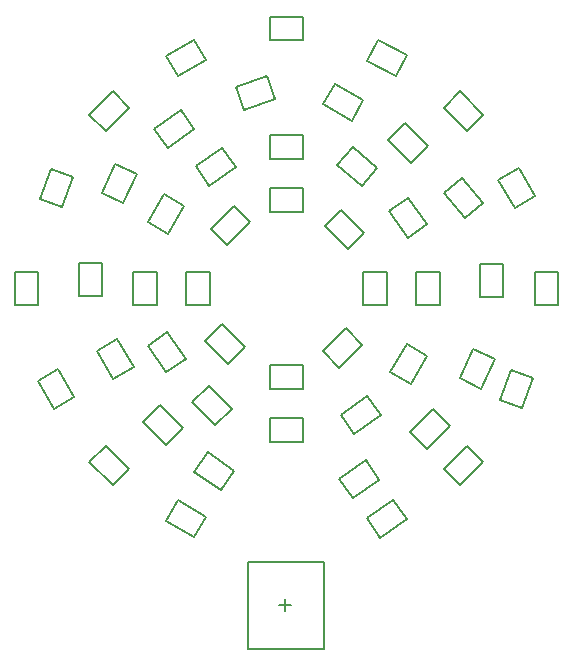
<source format=gbr>
%TF.GenerationSoftware,Altium Limited,Altium Designer,21.4.1 (30)*%
G04 Layer_Color=32768*
%FSLAX42Y42*%
%MOMM*%
%TF.SameCoordinates,A5F8CCB8-1AD9-4863-A32E-EE0D6D21C85A*%
%TF.FilePolarity,Positive*%
%TF.FileFunction,Other,Mechanical_15*%
%TF.Part,Single*%
G01*
G75*
%TA.AperFunction,NonConductor*%
%ADD52C,0.20*%
D52*
X320Y-2312D02*
X320Y-3012D01*
X-330Y-2312D02*
X320D01*
X-330Y-2972D02*
Y-2312D01*
Y-3052D02*
Y-2972D01*
Y-3052D02*
X320D01*
X320Y-3012D01*
X-60Y-2683D02*
X40D01*
X-10Y-2732D02*
Y-2632D01*
X-2105Y-781D02*
X-1968Y-1019D01*
X-1795Y-919D01*
X-1932Y-681D02*
X-1795Y-919D01*
X-2105Y-781D02*
X-1932Y-681D01*
X-655Y869D02*
X-430Y1027D01*
X-545Y1191D02*
X-430Y1027D01*
X-770Y1033D02*
X-545Y1191D01*
X-770Y1033D02*
X-655Y869D01*
X-1002Y461D02*
X-865Y699D01*
X-1038Y799D02*
X-865Y699D01*
X-1175Y561D02*
X-1038Y799D01*
X-1175Y561D02*
X-1002Y461D01*
X-1012Y-370D02*
X-854Y-595D01*
X-1176Y-485D02*
X-1012Y-370D01*
X-1176Y-485D02*
X-1018Y-710D01*
X-854Y-595D01*
X-657Y-822D02*
X-462Y-1017D01*
X-798Y-963D02*
X-657Y-822D01*
X-798Y-963D02*
X-603Y-1158D01*
X-462Y-1017D01*
X650Y-137D02*
Y138D01*
Y-137D02*
X850D01*
Y138D01*
X650D02*
X850D01*
X-850Y-137D02*
Y138D01*
Y-137D02*
X-650D01*
Y138D01*
X-850D02*
X-650D01*
X-138Y650D02*
X137D01*
Y850D01*
X-138D02*
X137D01*
X-138Y650D02*
Y850D01*
Y-850D02*
X137D01*
Y-650D01*
X-138D02*
X137D01*
X-138Y-850D02*
Y-650D01*
X322Y527D02*
X517Y332D01*
X658Y473D01*
X463Y668D02*
X658Y473D01*
X322Y527D02*
X463Y668D01*
X305Y-531D02*
X500Y-336D01*
X305Y-531D02*
X447Y-672D01*
X641Y-478D01*
X500Y-336D02*
X641Y-478D01*
X313Y1560D02*
X552Y1422D01*
X652Y1595D01*
X413Y1733D02*
X652Y1595D01*
X313Y1560D02*
X413Y1733D01*
X-426Y1702D02*
X-358Y1514D01*
X-426Y1702D02*
X-167Y1796D01*
X-99Y1608D01*
X-358Y1514D02*
X-99Y1608D01*
X-138Y1100D02*
Y1300D01*
X137D01*
Y1100D02*
Y1300D01*
X-138Y1100D02*
X137D01*
X-138Y-1300D02*
Y-1100D01*
X137D01*
Y-1300D02*
Y-1100D01*
X-138Y-1300D02*
X137D01*
X-1300Y138D02*
X-1100D01*
Y-137D02*
Y138D01*
X-1300Y-137D02*
X-1100D01*
X-1300D02*
Y138D01*
X1100Y-137D02*
Y138D01*
Y-137D02*
X1300D01*
Y138D01*
X1100D02*
X1300D01*
X869Y655D02*
X1027Y430D01*
X1191Y545D01*
X1033Y770D02*
X1191Y545D01*
X869Y655D02*
X1033Y770D01*
X430Y1042D02*
X641Y865D01*
X770Y1018D01*
X559Y1195D02*
X770Y1018D01*
X430Y1042D02*
X559Y1195D01*
X880Y-707D02*
X1017Y-469D01*
X880Y-707D02*
X1053Y-807D01*
X1190Y-569D01*
X1017Y-469D02*
X1190Y-569D01*
X460Y-1067D02*
X685Y-909D01*
X460Y-1067D02*
X575Y-1231D01*
X800Y-1073D01*
X685Y-909D02*
X800Y-1073D01*
X-1566Y808D02*
X-1385Y723D01*
X-1566Y808D02*
X-1450Y1057D01*
X-1269Y972D01*
X-1385Y723D02*
X-1269Y972D01*
X-1760Y-63D02*
X-1560D01*
X-1760D02*
Y212D01*
X-1560D01*
Y-63D02*
Y212D01*
X-1432Y-431D02*
X-1295Y-669D01*
X-1605Y-531D02*
X-1432Y-431D01*
X-1605Y-531D02*
X-1468Y-769D01*
X-1295Y-669D01*
X-1074Y-987D02*
X-880Y-1182D01*
X-1215Y-1128D02*
X-1074Y-987D01*
X-1215Y-1128D02*
X-1021Y-1323D01*
X-880Y-1182D01*
X-547Y-302D02*
X-352Y-497D01*
X-688Y-443D02*
X-547Y-302D01*
X-688Y-443D02*
X-493Y-638D01*
X-352Y-497D01*
X448Y-1612D02*
X673Y-1454D01*
X448Y-1612D02*
X562Y-1776D01*
X787Y-1618D01*
X673Y-1454D02*
X787Y-1618D01*
X1050Y-1214D02*
X1244Y-1020D01*
X1050Y-1214D02*
X1191Y-1355D01*
X1385Y-1161D01*
X1244Y-1020D02*
X1385Y-1161D01*
X1466Y-762D02*
X1582Y-513D01*
X1466Y-762D02*
X1648Y-847D01*
X1764Y-598D01*
X1582Y-513D02*
X1764Y-598D01*
X1635Y205D02*
X1835D01*
Y-70D02*
Y205D01*
X1635Y-70D02*
X1835D01*
X1635D02*
Y205D01*
X1335Y806D02*
X1512Y595D01*
X1665Y724D01*
X1488Y935D02*
X1665Y724D01*
X1335Y806D02*
X1488Y935D01*
X-2091Y755D02*
X-1997Y1013D01*
X-2091Y755D02*
X-1903Y687D01*
X-1809Y945D01*
X-1997Y1013D02*
X-1809Y945D01*
X-1019Y1968D02*
X-781Y2105D01*
X-1019Y1968D02*
X-919Y1795D01*
X-681Y1932D01*
X-781Y2105D02*
X-681Y1932D01*
X682Y1926D02*
X924Y1797D01*
X1018Y1974D01*
X776Y2103D02*
X1018Y1974D01*
X682Y1926D02*
X776Y2103D01*
X-1527Y-1332D02*
X-1332Y-1527D01*
X-1668Y-1473D02*
X-1527Y-1332D01*
X-1668Y-1473D02*
X-1473Y-1668D01*
X-1332Y-1527D01*
X-1005Y1189D02*
X-780Y1347D01*
X-895Y1511D02*
X-780Y1347D01*
X-1120Y1353D02*
X-895Y1511D01*
X-1120Y1353D02*
X-1005Y1189D01*
X858Y1260D02*
X1053Y1065D01*
X1194Y1207D01*
X1000Y1401D02*
X1194Y1207D01*
X858Y1260D02*
X1000Y1401D01*
X680Y-1947D02*
X905Y-1789D01*
X680Y-1947D02*
X795Y-2111D01*
X1020Y-1953D01*
X905Y-1789D02*
X1020Y-1953D01*
X1809Y-945D02*
X1903Y-687D01*
X1809Y-945D02*
X1997Y-1013D01*
X2091Y-755D01*
X1903Y-687D02*
X2091Y-755D01*
X1795Y919D02*
X1932Y681D01*
X2105Y781D01*
X1968Y1019D02*
X2105Y781D01*
X1795Y919D02*
X1968Y1019D01*
X-668Y-1387D02*
X-443Y-1544D01*
X-782Y-1551D02*
X-668Y-1387D01*
X-782Y-1551D02*
X-557Y-1708D01*
X-443Y-1544D01*
X-2300Y-137D02*
Y138D01*
Y-137D02*
X-2100D01*
Y138D01*
X-2300D02*
X-2100D01*
X2100Y-137D02*
Y138D01*
Y-137D02*
X2300D01*
Y138D01*
X2100D02*
X2300D01*
X-138Y2100D02*
X137D01*
Y2300D01*
X-138D02*
X137D01*
X-138Y2100D02*
Y2300D01*
X-448Y700D02*
X-307Y559D01*
X-502Y365D02*
X-307Y559D01*
X-643Y506D02*
X-502Y365D01*
X-643Y506D02*
X-448Y700D01*
X1332Y1527D02*
X1527Y1332D01*
X1668Y1473D01*
X1473Y1668D02*
X1668Y1473D01*
X1332Y1527D02*
X1473Y1668D01*
X1332Y-1527D02*
X1527Y-1332D01*
X1332Y-1527D02*
X1473Y-1668D01*
X1668Y-1473D01*
X1527Y-1332D02*
X1668Y-1473D01*
X-1668Y1473D02*
X-1473Y1668D01*
X-1668Y1473D02*
X-1527Y1332D01*
X-1332Y1527D01*
X-1473Y1668D02*
X-1332Y1527D01*
X-919Y-1795D02*
X-681Y-1932D01*
X-1019Y-1968D02*
X-919Y-1795D01*
X-1019Y-1968D02*
X-781Y-2105D01*
X-681Y-1932D01*
%TF.MD5,5858f84919fc3cb5a8f583082d76b3e9*%
M02*

</source>
